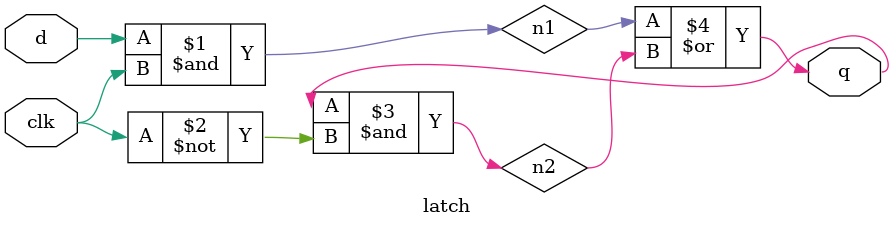
<source format=sv>
module latch(input  logic clk,
             input  logic d,
             output logic q
);

  logic n1, n2;

  assign n1 = d & clk;
  assign n2 = q & ~clk;
  assign q = n1 | n2;
endmodule
</source>
